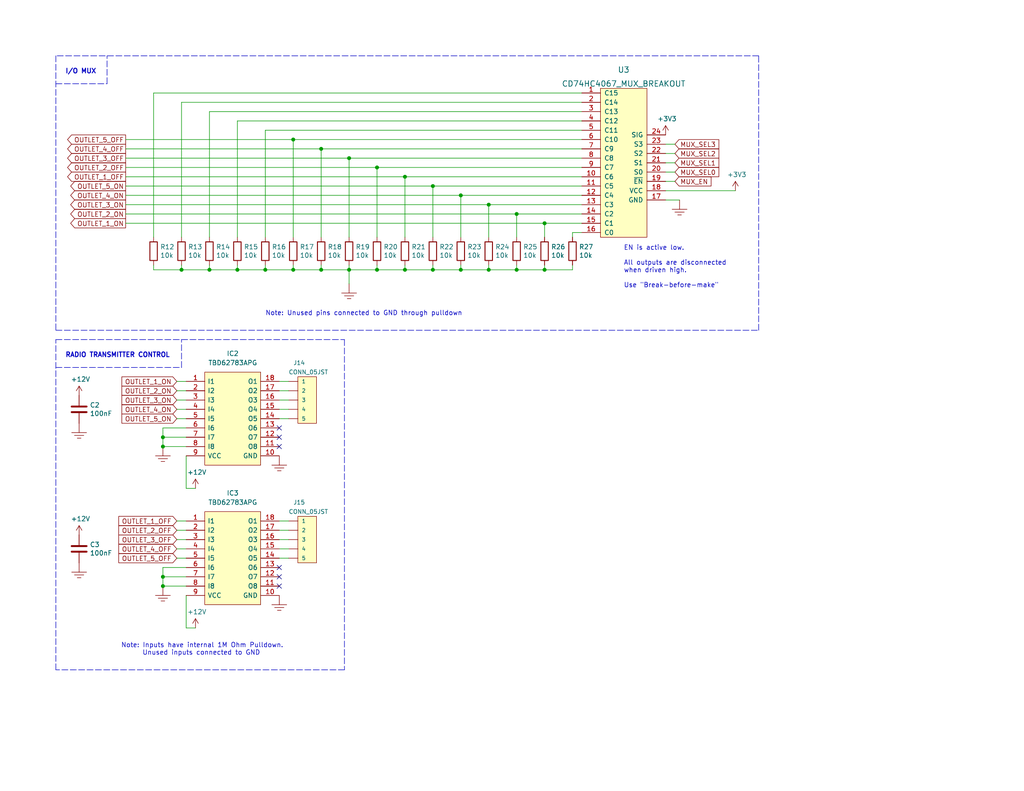
<source format=kicad_sch>
(kicad_sch (version 20211123) (generator eeschema)
  (paper "USLetter")
  (title_block (title "Interface PCB") (date "2023-01-18") (rev "1") (company "Team 48 - Planter") (comment 4 "By: Abhinav Agrahari"))
  (lib_symbols
    (symbol "AA_Custom_Components:CD74HC4067_MUX_BREAKOUT" (pin_names (offset 1.016))
      (property "Reference" "U" (at -3.81 20.32 0))
      (property "Value" "CD74HC4067_MUX_BREAKOUT" (at 1.27 -22.86 0))
      (symbol "CD74HC4067_MUX_BREAKOUT_0_1"
        (rectangle (start -5.08 19.05) (end 7.62 -21.59) (fill (type background)))
      )
      (symbol "CD74HC4067_MUX_BREAKOUT_1_1"
        (pin output line (at -10.16 17.78 0) (length 5.08) (name "C15") (number "1"))
        (pin output line (at -10.16 -5.08 0) (length 5.08) (name "C6") (number "10"))
        (pin output line (at -10.16 -7.62 0) (length 5.08) (name "C5") (number "11"))
        (pin output line (at -10.16 -10.16 0) (length 5.08) (name "C4") (number "12"))
        (pin output line (at -10.16 -12.7 0) (length 5.08) (name "C3") (number "13"))
        (pin output line (at -10.16 -15.24 0) (length 5.08) (name "C2") (number "14"))
        (pin output line (at -10.16 -17.78 0) (length 5.08) (name "C1") (number "15"))
        (pin output line (at -10.16 -20.32 0) (length 5.08) (name "C0") (number "16"))
        (pin power_in line (at 12.7 -11.43 180) (length 5.08) (name "GND") (number "17"))
        (pin power_in line (at 12.7 -8.89 180) (length 5.08) (name "VCC") (number "18"))
        (pin input line (at 12.7 -6.35 180) (length 5.08) (name "~{EN}") (number "19"))
        (pin output line (at -10.16 15.24 0) (length 5.08) (name "C14") (number "2"))
        (pin input line (at 12.7 -3.81 180) (length 5.08) (name "S0") (number "20"))
        (pin input line (at 12.7 -1.27 180) (length 5.08) (name "S1") (number "21"))
        (pin input line (at 12.7 1.27 180) (length 5.08) (name "S2") (number "22"))
        (pin input line (at 12.7 3.81 180) (length 5.08) (name "S3") (number "23"))
        (pin input line (at 12.7 6.35 180) (length 5.08) (name "SIG") (number "24"))
        (pin output line (at -10.16 12.7 0) (length 5.08) (name "C13") (number "3"))
        (pin output line (at -10.16 10.16 0) (length 5.08) (name "C12") (number "4"))
        (pin output line (at -10.16 7.62 0) (length 5.08) (name "C11") (number "5"))
        (pin output line (at -10.16 5.08 0) (length 5.08) (name "C10") (number "6"))
        (pin output line (at -10.16 2.54 0) (length 5.08) (name "C9") (number "7"))
        (pin output line (at -10.16 0 0) (length 5.08) (name "C8") (number "8"))
        (pin output line (at -10.16 -2.54 0) (length 5.08) (name "C7") (number "9"))
      )
    )
    (symbol "AA_Custom_Components:CONN_05JST" (pin_numbers hide) (pin_names (offset 1.016))
      (property "Reference" "J" (at -5.08 12.7 0))
      (property "Value" "CONN_05JST" (at -5.08 -3.81 0))
      (symbol "CONN_05JST_0_1"
        (rectangle (start 0 -1.27) (end -5.08 11.43) (fill (type background)))
      )
      (symbol "CONN_05JST_1_1"
        (pin passive line (at 2.54 10.16 180) (length 2.54) (name "1") (number "1"))
        (pin passive line (at 2.54 7.62 180) (length 2.54) (name "2") (number "2"))
        (pin passive line (at 2.54 5.08 180) (length 2.54) (name "3") (number "3"))
        (pin passive line (at 2.54 2.54 180) (length 2.54) (name "4") (number "4"))
        (pin passive line (at 2.54 0 180) (length 2.54) (name "5") (number "5"))
      )
    )
    (symbol "AA_Custom_Components:GND" (power) (pin_numbers hide) (pin_names (offset 1.016) hide)
      (property "Value" "GND" (at -2.286 -6.35 0))
      (symbol "GND_1_0"
        (polyline (pts (xy -2.032 -2.54) (xy 2.032 -2.54)))
        (polyline (pts (xy -1.27 -3.302) (xy 1.27 -3.302)))
        (polyline (pts (xy -0.508 -4.064) (xy 0.508 -4.064)))
        (polyline (pts (xy 0 0) (xy 0 -2.54)))
      )
      (symbol "GND_1_1"
        (pin power_in line (at 0 0 270) (length 0) hide (name "GND") (number "~"))
      )
    )
    (symbol "AA_Custom_Components:TBD62783APG" (pin_names (offset 0.762))
      (property "Reference" "IC" (at -7.62 16.51 0))
      (property "Value" "TBD62783APG" (at -7.62 13.97 0))
      (symbol "TBD62783APG_0_0"
        (pin input line (at -13.97 8.89 0) (length 5.08) (name "I1") (number "1"))
        (pin power_in line (at 11.43 -11.43 180) (length 5.08) (name "GND") (number "10"))
        (pin output line (at 11.43 -8.89 180) (length 5.08) (name "O8") (number "11"))
        (pin output line (at 11.43 -6.35 180) (length 5.08) (name "O7") (number "12"))
        (pin output line (at 11.43 -3.81 180) (length 5.08) (name "O6") (number "13"))
        (pin output line (at 11.43 -1.27 180) (length 5.08) (name "O5") (number "14"))
        (pin output line (at 11.43 1.27 180) (length 5.08) (name "O4") (number "15"))
        (pin output line (at 11.43 3.81 180) (length 5.08) (name "O3") (number "16"))
        (pin output line (at 11.43 6.35 180) (length 5.08) (name "O2") (number "17"))
        (pin output line (at 11.43 8.89 180) (length 5.08) (name "O1") (number "18"))
        (pin input line (at -13.97 6.35 0) (length 5.08) (name "I2") (number "2"))
        (pin input line (at -13.97 3.81 0) (length 5.08) (name "I3") (number "3"))
        (pin input line (at -13.97 1.27 0) (length 5.08) (name "I4") (number "4"))
        (pin input line (at -13.97 -1.27 0) (length 5.08) (name "I5") (number "5"))
        (pin input line (at -13.97 -3.81 0) (length 5.08) (name "I6") (number "6"))
        (pin input line (at -13.97 -6.35 0) (length 5.08) (name "I7") (number "7"))
        (pin input line (at -13.97 -8.89 0) (length 5.08) (name "I8") (number "8"))
        (pin power_in line (at -13.97 -11.43 0) (length 5.08) (name "VCC") (number "9"))
      )
      (symbol "TBD62783APG_0_1"
        (polyline (pts (xy -8.89 11.43) (xy 6.35 11.43) (xy 6.35 -13.97) (xy -8.89 -13.97) (xy -8.89 11.43)) (stroke (width 0.1524)) (fill (type background)))
      )
    )
    (symbol "Device:C" (pin_numbers hide) (pin_names (offset 0.254))
      (property "Reference" "C" (at 0.635 2.54 0))
      (property "Value" "C" (at 0.635 -2.54 0))
      (symbol "C_0_1"
        (polyline (pts (xy -2.032 -0.762) (xy 2.032 -0.762)) (stroke (width 0.508)))
        (polyline (pts (xy -2.032 0.762) (xy 2.032 0.762)) (stroke (width 0.508)))
      )
      (symbol "C_1_1"
        (pin passive line (at 0 3.81 270) (length 2.794) (name "~") (number "1"))
        (pin passive line (at 0 -3.81 90) (length 2.794) (name "~") (number "2"))
      )
    )
    (symbol "Device:R" (pin_numbers hide) (pin_names (offset 0))
      (property "Reference" "R" (at 2.032 0 90))
      (property "Value" "R" (at 0 0 90))
      (symbol "R_0_1"
        (rectangle (start -1.016 -2.54) (end 1.016 2.54) (stroke (width 0.254)))
      )
      (symbol "R_1_1"
        (pin passive line (at 0 3.81 270) (length 1.27) (name "~") (number "1"))
        (pin passive line (at 0 -3.81 90) (length 1.27) (name "~") (number "2"))
      )
    )
    (symbol "power:+12V" (power) (pin_names (offset 0))
      (property "Value" "+12V" (at 0 3.556 0))
      (symbol "+12V_0_1"
        (polyline (pts (xy -0.762 1.27) (xy 0 2.54)))
        (polyline (pts (xy 0 0) (xy 0 2.54)))
        (polyline (pts (xy 0 2.54) (xy 0.762 1.27)))
      )
      (symbol "+12V_1_1"
        (pin power_in line (at 0 0 90) (length 0) hide (name "+12V") (number "1"))
      )
    )
    (symbol "power:+3.3V" (power) (pin_names (offset 0))
      (property "Value" "+3.3V" (at 0 3.556 0))
      (symbol "+3.3V_0_1"
        (polyline (pts (xy -0.762 1.27) (xy 0 2.54)))
        (polyline (pts (xy 0 0) (xy 0 2.54)))
        (polyline (pts (xy 0 2.54) (xy 0.762 1.27)))
      )
      (symbol "+3.3V_1_1"
        (pin power_in line (at 0 0 90) (length 0) hide (name "+3V3") (number "1"))
      )
    )
  )
  (junction (at 64.77 73.66))
  (junction (at 44.45 157.48))
  (junction (at 118.11 50.8))
  (junction (at 125.73 73.66))
  (junction (at 80.01 73.66))
  (junction (at 140.97 73.66))
  (junction (at 72.39 73.66))
  (junction (at 140.97 58.42))
  (junction (at 118.11 73.66))
  (junction (at 57.15 73.66))
  (junction (at 95.25 43.18))
  (junction (at 80.01 38.1))
  (junction (at 102.87 45.72))
  (junction (at 110.49 73.66))
  (junction (at 110.49 48.26))
  (junction (at 133.35 73.66))
  (junction (at 148.59 73.66))
  (junction (at 49.53 73.66))
  (junction (at 133.35 55.88))
  (junction (at 87.63 40.64))
  (junction (at 148.59 60.96))
  (junction (at 95.25 73.66))
  (junction (at 102.87 73.66))
  (junction (at 125.73 53.34))
  (junction (at 44.45 121.92))
  (junction (at 44.45 160.02))
  (junction (at 87.63 73.66))
  (junction (at 44.45 119.38))
  (no_connect (at 76.2 116.84))
  (no_connect (at 76.2 157.48))
  (no_connect (at 76.2 160.02))
  (no_connect (at 76.2 119.38))
  (no_connect (at 76.2 121.92))
  (no_connect (at 76.2 154.94))
  (wire (pts (xy 102.87 45.72) (xy 158.75 45.72)))
  (wire (pts (xy 48.26 114.3) (xy 50.8 114.3)))
  (wire (pts (xy 87.63 40.64) (xy 158.75 40.64)))
  (wire (pts (xy 57.15 72.39) (xy 57.15 73.66)))
  (wire (pts (xy 181.61 44.45) (xy 184.15 44.45)))
  (wire (pts (xy 48.26 142.24) (xy 50.8 142.24)))
  (wire (pts (xy 49.53 73.66) (xy 57.15 73.66)))
  (polyline (pts (xy 15.24 15.24) (xy 15.24 83.82)))
  (wire (pts (xy 48.26 149.86) (xy 50.8 149.86)))
  (wire (pts (xy 57.15 30.48) (xy 57.15 64.77)))
  (wire (pts (xy 148.59 73.66) (xy 156.21 73.66)))
  (wire (pts (xy 80.01 73.66) (xy 87.63 73.66)))
  (wire (pts (xy 110.49 48.26) (xy 158.75 48.26)))
  (wire (pts (xy 125.73 73.66) (xy 133.35 73.66)))
  (polyline (pts (xy 15.24 90.17) (xy 207.01 90.17)))
  (wire (pts (xy 64.77 72.39) (xy 64.77 73.66)))
  (polyline (pts (xy 93.98 92.71) (xy 93.98 182.88)))
  (wire (pts (xy 48.26 109.22) (xy 50.8 109.22)))
  (wire (pts (xy 34.29 55.88) (xy 133.35 55.88)))
  (wire (pts (xy 118.11 50.8) (xy 158.75 50.8)))
  (wire (pts (xy 49.53 27.94) (xy 158.75 27.94)))
  (wire (pts (xy 148.59 60.96) (xy 158.75 60.96)))
  (wire (pts (xy 110.49 72.39) (xy 110.49 73.66)))
  (wire (pts (xy 140.97 58.42) (xy 158.75 58.42)))
  (wire (pts (xy 133.35 55.88) (xy 158.75 55.88)))
  (wire (pts (xy 50.8 121.92) (xy 44.45 121.92)))
  (wire (pts (xy 50.8 119.38) (xy 44.45 119.38)))
  (wire (pts (xy 44.45 157.48) (xy 44.45 160.02)))
  (wire (pts (xy 34.29 45.72) (xy 102.87 45.72)))
  (wire (pts (xy 48.26 147.32) (xy 50.8 147.32)))
  (wire (pts (xy 34.29 48.26) (xy 110.49 48.26)))
  (wire (pts (xy 50.8 133.35) (xy 53.34 133.35)))
  (wire (pts (xy 49.53 27.94) (xy 49.53 64.77)))
  (polyline (pts (xy 15.24 92.71) (xy 93.98 92.71)))
  (wire (pts (xy 76.2 114.3) (xy 78.74 114.3)))
  (wire (pts (xy 48.26 106.68) (xy 50.8 106.68)))
  (wire (pts (xy 87.63 40.64) (xy 87.63 64.77)))
  (wire (pts (xy 76.2 149.86) (xy 78.74 149.86)))
  (wire (pts (xy 110.49 73.66) (xy 118.11 73.66)))
  (wire (pts (xy 140.97 72.39) (xy 140.97 73.66)))
  (wire (pts (xy 95.25 43.18) (xy 95.25 64.77)))
  (wire (pts (xy 181.61 54.61) (xy 185.42 54.61)))
  (wire (pts (xy 80.01 72.39) (xy 80.01 73.66)))
  (polyline (pts (xy 49.53 100.33) (xy 49.53 92.71)))
  (wire (pts (xy 72.39 35.56) (xy 72.39 64.77)))
  (wire (pts (xy 34.29 40.64) (xy 87.63 40.64)))
  (wire (pts (xy 34.29 43.18) (xy 95.25 43.18)))
  (wire (pts (xy 80.01 38.1) (xy 80.01 64.77)))
  (wire (pts (xy 41.91 25.4) (xy 41.91 64.77)))
  (wire (pts (xy 76.2 106.68) (xy 78.74 106.68)))
  (wire (pts (xy 64.77 73.66) (xy 72.39 73.66)))
  (wire (pts (xy 184.15 46.99) (xy 181.61 46.99)))
  (wire (pts (xy 72.39 73.66) (xy 80.01 73.66)))
  (wire (pts (xy 156.21 73.66) (xy 156.21 72.39)))
  (wire (pts (xy 50.8 116.84) (xy 44.45 116.84)))
  (wire (pts (xy 48.26 144.78) (xy 50.8 144.78)))
  (polyline (pts (xy 15.24 100.33) (xy 49.53 100.33)))
  (wire (pts (xy 34.29 53.34) (xy 125.73 53.34)))
  (wire (pts (xy 102.87 45.72) (xy 102.87 64.77)))
  (wire (pts (xy 76.2 109.22) (xy 78.74 109.22)))
  (wire (pts (xy 76.2 147.32) (xy 78.74 147.32)))
  (wire (pts (xy 133.35 73.66) (xy 140.97 73.66)))
  (wire (pts (xy 76.2 142.24) (xy 78.74 142.24)))
  (wire (pts (xy 102.87 72.39) (xy 102.87 73.66)))
  (wire (pts (xy 87.63 72.39) (xy 87.63 73.66)))
  (wire (pts (xy 49.53 72.39) (xy 49.53 73.66)))
  (wire (pts (xy 156.21 64.77) (xy 156.21 63.5)))
  (wire (pts (xy 118.11 73.66) (xy 125.73 73.66)))
  (wire (pts (xy 34.29 58.42) (xy 140.97 58.42)))
  (wire (pts (xy 72.39 35.56) (xy 158.75 35.56)))
  (wire (pts (xy 76.2 152.4) (xy 78.74 152.4)))
  (wire (pts (xy 118.11 50.8) (xy 118.11 64.77)))
  (wire (pts (xy 76.2 144.78) (xy 78.74 144.78)))
  (wire (pts (xy 110.49 48.26) (xy 110.49 64.77)))
  (polyline (pts (xy 15.24 83.82) (xy 15.24 90.17)))
  (wire (pts (xy 50.8 157.48) (xy 44.45 157.48)))
  (wire (pts (xy 34.29 38.1) (xy 80.01 38.1)))
  (wire (pts (xy 76.2 111.76) (xy 78.74 111.76)))
  (wire (pts (xy 95.25 72.39) (xy 95.25 73.66)))
  (wire (pts (xy 64.77 33.02) (xy 64.77 64.77)))
  (wire (pts (xy 118.11 72.39) (xy 118.11 73.66)))
  (wire (pts (xy 50.8 171.45) (xy 53.34 171.45)))
  (wire (pts (xy 50.8 154.94) (xy 44.45 154.94)))
  (wire (pts (xy 41.91 25.4) (xy 158.75 25.4)))
  (polyline (pts (xy 29.21 22.86) (xy 29.21 15.24)))
  (wire (pts (xy 133.35 55.88) (xy 133.35 64.77)))
  (wire (pts (xy 95.25 43.18) (xy 158.75 43.18)))
  (wire (pts (xy 133.35 72.39) (xy 133.35 73.66)))
  (wire (pts (xy 125.73 72.39) (xy 125.73 73.66)))
  (wire (pts (xy 41.91 72.39) (xy 41.91 73.66)))
  (wire (pts (xy 34.29 50.8) (xy 118.11 50.8)))
  (wire (pts (xy 48.26 111.76) (xy 50.8 111.76)))
  (wire (pts (xy 181.61 52.07) (xy 200.66 52.07)))
  (wire (pts (xy 181.61 49.53) (xy 184.15 49.53)))
  (wire (pts (xy 140.97 73.66) (xy 148.59 73.66)))
  (polyline (pts (xy 207.01 15.24) (xy 15.24 15.24)))
  (wire (pts (xy 95.25 73.66) (xy 102.87 73.66)))
  (wire (pts (xy 57.15 73.66) (xy 64.77 73.66)))
  (wire (pts (xy 76.2 104.14) (xy 78.74 104.14)))
  (wire (pts (xy 95.25 73.66) (xy 95.25 77.47)))
  (wire (pts (xy 44.45 116.84) (xy 44.45 119.38)))
  (wire (pts (xy 80.01 38.1) (xy 158.75 38.1)))
  (wire (pts (xy 44.45 119.38) (xy 44.45 121.92)))
  (wire (pts (xy 64.77 33.02) (xy 158.75 33.02)))
  (wire (pts (xy 48.26 104.14) (xy 50.8 104.14)))
  (polyline (pts (xy 93.98 182.88) (xy 15.24 182.88)))
  (wire (pts (xy 156.21 63.5) (xy 158.75 63.5)))
  (wire (pts (xy 57.15 30.48) (xy 158.75 30.48)))
  (wire (pts (xy 125.73 53.34) (xy 158.75 53.34)))
  (wire (pts (xy 50.8 124.46) (xy 50.8 133.35)))
  (wire (pts (xy 50.8 160.02) (xy 44.45 160.02)))
  (wire (pts (xy 125.73 53.34) (xy 125.73 64.77)))
  (wire (pts (xy 34.29 60.96) (xy 148.59 60.96)))
  (polyline (pts (xy 207.01 90.17) (xy 207.01 15.24)))
  (wire (pts (xy 184.15 39.37) (xy 181.61 39.37)))
  (wire (pts (xy 140.97 58.42) (xy 140.97 64.77)))
  (wire (pts (xy 72.39 72.39) (xy 72.39 73.66)))
  (wire (pts (xy 148.59 72.39) (xy 148.59 73.66)))
  (wire (pts (xy 48.26 152.4) (xy 50.8 152.4)))
  (wire (pts (xy 50.8 162.56) (xy 50.8 171.45)))
  (wire (pts (xy 44.45 154.94) (xy 44.45 157.48)))
  (wire (pts (xy 87.63 73.66) (xy 95.25 73.66)))
  (wire (pts (xy 181.61 41.91) (xy 184.15 41.91)))
  (polyline (pts (xy 15.24 182.88) (xy 15.24 92.71)))
  (wire (pts (xy 102.87 73.66) (xy 110.49 73.66)))
  (polyline (pts (xy 15.24 22.86) (xy 29.21 22.86)))
  (wire (pts (xy 148.59 60.96) (xy 148.59 64.77)))
  (wire (pts (xy 41.91 73.66) (xy 49.53 73.66)))
  (text "I/O MUX" (at 17.78 20.32 0) (effects (font (size 1.27 1.27) (thickness 0.254) bold) (justify left bottom)))
  (text "Note: Unused pins connected to GND through pulldown" (at 72.39 86.36 0) (effects (font (size 1.27 1.27)) (justify left bottom)))
  (text "Note: Inputs have internal 1M Ohm Pulldown. \n      Unused inputs connected to GND" (at 33.02 179.07 0) (effects (font (size 1.27 1.27)) (justify left bottom)))
  (text "RADIO TRANSMITTER CONTROL" (at 17.78 97.79 0) (effects (font (size 1.27 1.27) (thickness 0.254) bold) (justify left bottom)))
  (text "EN is active low. \n\nAll outputs are disconnected \nwhen driven high. \n\nUse \"Break-before-make\"" (at 170.18 78.74 0) (effects (font (size 1.27 1.27)) (justify left bottom)))
  (global_label "OUTLET_1_ON" (shape output) (at 34.29 60.96 180) (property "Intersheet References" "${INTERSHEET_REFS}" (effects hide)))
  (global_label "MUX_SEL3" (shape input) (at 184.15 39.37 0) (property "Intersheet References" "${INTERSHEET_REFS}" (effects hide)))
  (global_label "OUTLET_5_ON" (shape input) (at 48.26 114.3 180) (property "Intersheet References" "${INTERSHEET_REFS}" (effects hide)))
  (global_label "MUX_SEL1" (shape input) (at 184.15 44.45 0) (property "Intersheet References" "${INTERSHEET_REFS}" (effects hide)))
  (global_label "OUTLET_4_OFF" (shape input) (at 48.26 149.86 180) (property "Intersheet References" "${INTERSHEET_REFS}" (effects hide)))
  (global_label "OUTLET_3_OFF" (shape input) (at 48.26 147.32 180) (property "Intersheet References" "${INTERSHEET_REFS}" (effects hide)))
  (global_label "OUTLET_4_ON" (shape input) (at 48.26 111.76 180) (property "Intersheet References" "${INTERSHEET_REFS}" (effects hide)))
  (global_label "OUTLET_1_OFF" (shape input) (at 48.26 142.24 180) (property "Intersheet References" "${INTERSHEET_REFS}" (effects hide)))
  (global_label "OUTLET_5_OFF" (shape output) (at 34.29 38.1 180) (property "Intersheet References" "${INTERSHEET_REFS}" (effects hide)))
  (global_label "OUTLET_2_OFF" (shape output) (at 34.29 45.72 180) (property "Intersheet References" "${INTERSHEET_REFS}" (effects hide)))
  (global_label "OUTLET_4_OFF" (shape output) (at 34.29 40.64 180) (property "Intersheet References" "${INTERSHEET_REFS}" (effects hide)))
  (global_label "OUTLET_2_ON" (shape output) (at 34.29 58.42 180) (property "Intersheet References" "${INTERSHEET_REFS}" (effects hide)))
  (global_label "OUTLET_1_ON" (shape input) (at 48.26 104.14 180) (property "Intersheet References" "${INTERSHEET_REFS}" (effects hide)))
  (global_label "OUTLET_2_OFF" (shape input) (at 48.26 144.78 180) (property "Intersheet References" "${INTERSHEET_REFS}" (effects hide)))
  (global_label "MUX_SEL0" (shape input) (at 184.15 46.99 0) (property "Intersheet References" "${INTERSHEET_REFS}" (effects hide)))
  (global_label "OUTLET_1_OFF" (shape output) (at 34.29 48.26 180) (property "Intersheet References" "${INTERSHEET_REFS}" (effects hide)))
  (global_label "OUTLET_5_ON" (shape output) (at 34.29 50.8 180) (property "Intersheet References" "${INTERSHEET_REFS}" (effects hide)))
  (global_label "OUTLET_4_ON" (shape output) (at 34.29 53.34 180) (property "Intersheet References" "${INTERSHEET_REFS}" (effects hide)))
  (global_label "OUTLET_3_ON" (shape input) (at 48.26 109.22 180) (property "Intersheet References" "${INTERSHEET_REFS}" (effects hide)))
  (global_label "MUX_SEL2" (shape input) (at 184.15 41.91 0) (property "Intersheet References" "${INTERSHEET_REFS}" (effects hide)))
  (global_label "OUTLET_3_OFF" (shape output) (at 34.29 43.18 180) (property "Intersheet References" "${INTERSHEET_REFS}" (effects hide)))
  (global_label "MUX_EN" (shape input) (at 184.15 49.53 0) (property "Intersheet References" "${INTERSHEET_REFS}" (effects hide)))
  (global_label "OUTLET_3_ON" (shape output) (at 34.29 55.88 180) (property "Intersheet References" "${INTERSHEET_REFS}" (effects hide)))
  (global_label "OUTLET_2_ON" (shape input) (at 48.26 106.68 180) (property "Intersheet References" "${INTERSHEET_REFS}" (effects hide)))
  (global_label "OUTLET_5_OFF" (shape input) (at 48.26 152.4 180) (property "Intersheet References" "${INTERSHEET_REFS}" (effects hide)))
  (symbol (lib_id "power:+3.3V") (at 200.66 52.07 0) (unit 1)
    (property "Reference" "#PWR038" (effects hide))
    (property "Value" "+3.3V" (at 201.041 47.6758 0))
  )
  (symbol (lib_id "power:+3.3V") (at 181.61 36.83 0) (unit 1)
    (property "Reference" "#PWR037" (effects hide))
    (property "Value" "+3.3V" (at 181.991 32.4358 0))
  )
  (symbol (lib_id "AA_Custom_Components:CONN_05JST") (at 81.28 114.3 0) (mirror y) (unit 1)
    (property "Reference" "J14" (at 80.01 99.06 0) (effects (font (size 1.143 1.143)) (justify right)))
    (property "Value" "CONN_05JST" (at 78.74 101.6 0) (effects (font (size 1.143 1.143)) (justify right)))
    (property "Footprint" "AA_Custom_Components:JST_XH_1x05_P2.54mm_Vertical" (effects hide))
  )
  (symbol (lib_id "power:+12V") (at 53.34 133.35 0) (unit 1)
    (property "Reference" "#PWR035" (effects hide))
    (property "Value" "+12V" (at 53.721 128.9558 0))
  )
  (symbol (lib_id "power:+12V") (at 53.34 171.45 0) (unit 1)
    (property "Reference" "#PWR036" (effects hide))
    (property "Value" "+12V" (at 53.721 167.0558 0))
  )
  (symbol (lib_id "AA_Custom_Components:CONN_05JST") (at 81.28 152.4 0) (mirror y) (unit 1)
    (property "Reference" "J15" (at 80.01 137.16 0) (effects (font (size 1.143 1.143)) (justify right)))
    (property "Value" "CONN_05JST" (at 78.74 139.7 0) (effects (font (size 1.143 1.143)) (justify right)))
    (property "Footprint" "AA_Custom_Components:JST_XH_1x05_P2.54mm_Vertical" (effects hide))
  )
  (symbol (lib_id "AA_Custom_Components:GND") (at 21.59 115.57 0) (unit 1)
    (property "Reference" "#GND028" (effects hide))
    (property "Value" "GND" (effects hide))
    (property "Footprint" "XXX-00000" (effects hide))
  )
  (symbol (lib_id "Device:C") (at 21.59 111.76 0) (unit 1)
    (property "Reference" "C2" (at 24.511 110.5916 0) (effects (justify left)))
    (property "Value" "100nF" (at 24.511 112.903 0) (effects (justify left)))
    (property "Footprint" "AA_Custom_Components:C_Ceramic_Disc_D4.3mm_W1.9mm_P5.08mm" (effects hide))
  )
  (symbol (lib_id "AA_Custom_Components:GND") (at 21.59 153.67 0) (unit 1)
    (property "Reference" "#GND029" (effects hide))
    (property "Value" "GND" (effects hide))
    (property "Footprint" "XXX-00000" (effects hide))
  )
  (symbol (lib_id "Device:C") (at 21.59 149.86 0) (unit 1)
    (property "Reference" "C3" (at 24.511 148.6916 0) (effects (justify left)))
    (property "Value" "100nF" (at 24.511 151.003 0) (effects (justify left)))
    (property "Footprint" "AA_Custom_Components:C_Ceramic_Disc_D4.3mm_W1.9mm_P5.08mm" (effects hide))
  )
  (symbol (lib_id "power:+12V") (at 21.59 107.95 0) (unit 1)
    (property "Reference" "#PWR033" (effects hide))
    (property "Value" "+12V" (at 21.971 103.5558 0))
  )
  (symbol (lib_id "power:+12V") (at 21.59 146.05 0) (unit 1)
    (property "Reference" "#PWR034" (effects hide))
    (property "Value" "+12V" (at 21.971 141.6558 0))
  )
  (symbol (lib_id "AA_Custom_Components:GND") (at 44.45 121.92 0) (unit 1)
    (property "Reference" "#GND030" (effects hide))
    (property "Value" "GND" (effects hide))
    (property "Footprint" "XXX-00000" (effects hide))
  )
  (symbol (lib_id "AA_Custom_Components:GND") (at 44.45 160.02 0) (unit 1)
    (property "Reference" "#GND031" (effects hide))
    (property "Value" "GND" (effects hide))
    (property "Footprint" "XXX-00000" (effects hide))
  )
  (symbol (lib_id "AA_Custom_Components:GND") (at 76.2 162.56 0) (unit 1)
    (property "Reference" "#GND033" (effects hide))
    (property "Value" "GND" (effects hide))
    (property "Footprint" "XXX-00000" (effects hide))
  )
  (symbol (lib_id "AA_Custom_Components:GND") (at 76.2 124.46 0) (unit 1)
    (property "Reference" "#GND032" (effects hide))
    (property "Value" "GND" (effects hide))
    (property "Footprint" "XXX-00000" (effects hide))
  )
  (symbol (lib_id "AA_Custom_Components:GND") (at 95.25 77.47 0) (unit 1)
    (property "Reference" "#GND034" (effects hide))
    (property "Value" "GND" (effects hide))
    (property "Footprint" "XXX-00000" (effects hide))
  )
  (symbol (lib_id "AA_Custom_Components:GND") (at 185.42 54.61 0) (unit 1)
    (property "Reference" "#GND035" (effects hide))
    (property "Value" "GND" (effects hide))
    (property "Footprint" "XXX-00000" (effects hide))
  )
  (symbol (lib_id "AA_Custom_Components:TBD62783APG") (at 64.77 113.03 0) (unit 1)
    (property "Reference" "IC2" (at 63.5 96.52 0))
    (property "Value" "TBD62783APG" (at 63.5 99.06 0))
    (property "Footprint" "AA_Custom_Components:DIP-18_W7.62mm_Socket_IC" (effects hide))
    (property "Datasheet" "https://toshiba.semicon-storage.com/info/TBD62783AFG_datasheet_en_20160511.pdf?did=30523&prodName=TBD62783AFG" (effects hide))
    (property "Manufacturer_Name" "Toshiba" (effects hide))
    (property "Digikey_Part_Number" "TBD62783APG-ND" (effects hide))
  )
  (symbol (lib_id "Device:R") (at 72.39 68.58 0) (unit 1)
    (property "Reference" "R16" (at 74.168 67.4116 0) (effects (justify left)))
    (property "Value" "10k" (at 74.168 69.723 0) (effects (justify left)))
    (property "Footprint" "AA_Custom_Components:R_SS_Axial_DIN0207_L6.3mm_D2.5mm_P10.16mm_Horizontal" (effects hide))
  )
  (symbol (lib_id "Device:R") (at 133.35 68.58 0) (unit 1)
    (property "Reference" "R24" (at 135.128 67.4116 0) (effects (justify left)))
    (property "Value" "10k" (at 135.128 69.723 0) (effects (justify left)))
    (property "Footprint" "AA_Custom_Components:R_SS_Axial_DIN0207_L6.3mm_D2.5mm_P10.16mm_Horizontal" (effects hide))
  )
  (symbol (lib_id "Device:R") (at 80.01 68.58 0) (unit 1)
    (property "Reference" "R17" (at 81.788 67.4116 0) (effects (justify left)))
    (property "Value" "10k" (at 81.788 69.723 0) (effects (justify left)))
    (property "Footprint" "AA_Custom_Components:R_SS_Axial_DIN0207_L6.3mm_D2.5mm_P10.16mm_Horizontal" (effects hide))
  )
  (symbol (lib_id "Device:R") (at 140.97 68.58 0) (unit 1)
    (property "Reference" "R25" (at 142.748 67.4116 0) (effects (justify left)))
    (property "Value" "10k" (at 142.748 69.723 0) (effects (justify left)))
    (property "Footprint" "AA_Custom_Components:R_SS_Axial_DIN0207_L6.3mm_D2.5mm_P10.16mm_Horizontal" (effects hide))
  )
  (symbol (lib_id "Device:R") (at 64.77 68.58 0) (unit 1)
    (property "Reference" "R15" (at 66.548 67.4116 0) (effects (justify left)))
    (property "Value" "10k" (at 66.548 69.723 0) (effects (justify left)))
    (property "Footprint" "AA_Custom_Components:R_SS_Axial_DIN0207_L6.3mm_D2.5mm_P10.16mm_Horizontal" (effects hide))
  )
  (symbol (lib_id "Device:R") (at 87.63 68.58 0) (unit 1)
    (property "Reference" "R18" (at 89.408 67.4116 0) (effects (justify left)))
    (property "Value" "10k" (at 89.408 69.723 0) (effects (justify left)))
    (property "Footprint" "AA_Custom_Components:R_SS_Axial_DIN0207_L6.3mm_D2.5mm_P10.16mm_Horizontal" (effects hide))
  )
  (symbol (lib_id "Device:R") (at 49.53 68.58 0) (unit 1)
    (property "Reference" "R13" (at 51.308 67.4116 0) (effects (justify left)))
    (property "Value" "10k" (at 51.308 69.723 0) (effects (justify left)))
    (property "Footprint" "AA_Custom_Components:R_SS_Axial_DIN0207_L6.3mm_D2.5mm_P10.16mm_Horizontal" (effects hide))
  )
  (symbol (lib_id "Device:R") (at 102.87 68.58 0) (unit 1)
    (property "Reference" "R20" (at 104.648 67.4116 0) (effects (justify left)))
    (property "Value" "10k" (at 104.648 69.723 0) (effects (justify left)))
    (property "Footprint" "AA_Custom_Components:R_SS_Axial_DIN0207_L6.3mm_D2.5mm_P10.16mm_Horizontal" (effects hide))
  )
  (symbol (lib_id "Device:R") (at 41.91 68.58 0) (unit 1)
    (property "Reference" "R12" (at 43.688 67.4116 0) (effects (justify left)))
    (property "Value" "10k" (at 43.688 69.723 0) (effects (justify left)))
    (property "Footprint" "AA_Custom_Components:R_SS_Axial_DIN0207_L6.3mm_D2.5mm_P10.16mm_Horizontal" (effects hide))
  )
  (symbol (lib_id "Device:R") (at 156.21 68.58 0) (unit 1)
    (property "Reference" "R27" (at 157.988 67.4116 0) (effects (justify left)))
    (property "Value" "10k" (at 157.988 69.723 0) (effects (justify left)))
    (property "Footprint" "AA_Custom_Components:R_SS_Axial_DIN0207_L6.3mm_D2.5mm_P10.16mm_Horizontal" (effects hide))
  )
  (symbol (lib_id "AA_Custom_Components:TBD62783APG") (at 64.77 151.13 0) (unit 1)
    (property "Reference" "IC3" (at 63.5 134.62 0))
    (property "Value" "TBD62783APG" (at 63.5 137.16 0))
    (property "Footprint" "AA_Custom_Components:DIP-18_W7.62mm_Socket_IC" (effects hide))
    (property "Datasheet" "https://toshiba.semicon-storage.com/info/TBD62783AFG_datasheet_en_20160511.pdf?did=30523&prodName=TBD62783AFG" (effects hide))
    (property "Manufacturer_Name" "Toshiba" (effects hide))
    (property "Digikey_Part_Number" "TBD62783APG-ND" (effects hide))
  )
  (symbol (lib_id "Device:R") (at 95.25 68.58 0) (unit 1)
    (property "Reference" "R19" (at 97.028 67.4116 0) (effects (justify left)))
    (property "Value" "10k" (at 97.028 69.723 0) (effects (justify left)))
    (property "Footprint" "AA_Custom_Components:R_SS_Axial_DIN0207_L6.3mm_D2.5mm_P10.16mm_Horizontal" (effects hide))
  )
  (symbol (lib_id "Device:R") (at 148.59 68.58 0) (unit 1)
    (property "Reference" "R26" (at 150.368 67.4116 0) (effects (justify left)))
    (property "Value" "10k" (at 150.368 69.723 0) (effects (justify left)))
    (property "Footprint" "AA_Custom_Components:R_SS_Axial_DIN0207_L6.3mm_D2.5mm_P10.16mm_Horizontal" (effects hide))
  )
  (symbol (lib_id "Device:R") (at 57.15 68.58 0) (unit 1)
    (property "Reference" "R14" (at 58.928 67.4116 0) (effects (justify left)))
    (property "Value" "10k" (at 58.928 69.723 0) (effects (justify left)))
    (property "Footprint" "AA_Custom_Components:R_SS_Axial_DIN0207_L6.3mm_D2.5mm_P10.16mm_Horizontal" (effects hide))
  )
  (symbol (lib_id "Device:R") (at 125.73 68.58 0) (unit 1)
    (property "Reference" "R23" (at 127.508 67.4116 0) (effects (justify left)))
    (property "Value" "10k" (at 127.508 69.723 0) (effects (justify left)))
    (property "Footprint" "AA_Custom_Components:R_SS_Axial_DIN0207_L6.3mm_D2.5mm_P10.16mm_Horizontal" (effects hide))
  )
  (symbol (lib_id "AA_Custom_Components:CD74HC4067_MUX_BREAKOUT") (at 168.91 43.18 0) (unit 1)
    (property "Reference" "U3" (at 170.18 19.05 0) (effects (font (size 1.524 1.524))))
    (property "Value" "CD74HC4067_MUX_BREAKOUT" (at 170.18 22.86 0) (effects (font (size 1.524 1.524))))
    (property "Footprint" "AA_Custom_Components:CD74HC4067_MUX_BREAKOUT" (effects hide))
    (property "Datasheet" "https://media.digikey.com/pdf/Data%20Sheets/Sparkfun%20PDFs/BOB-09056_Web.pdf" (effects hide))
    (property "Manufacturer_Name" "SparkFun" (effects hide))
    (property "Digikey_Part_Number" "1568-1181-ND" (effects hide))
  )
  (symbol (lib_id "Device:R") (at 110.49 68.58 0) (unit 1)
    (property "Reference" "R21" (at 112.268 67.4116 0) (effects (justify left)))
    (property "Value" "10k" (at 112.268 69.723 0) (effects (justify left)))
    (property "Footprint" "AA_Custom_Components:R_SS_Axial_DIN0207_L6.3mm_D2.5mm_P10.16mm_Horizontal" (effects hide))
  )
  (symbol (lib_id "Device:R") (at 118.11 68.58 0) (unit 1)
    (property "Reference" "R22" (at 119.888 67.4116 0) (effects (justify left)))
    (property "Value" "10k" (at 119.888 69.723 0) (effects (justify left)))
    (property "Footprint" "AA_Custom_Components:R_SS_Axial_DIN0207_L6.3mm_D2.5mm_P10.16mm_Horizontal" (effects hide))
  )
)
</source>
